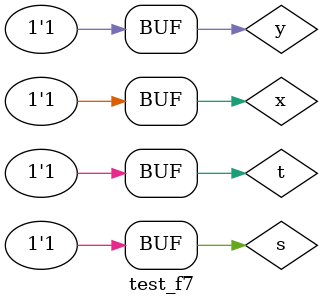
<source format=v>
module f7 ( output x, //saida and
output y, //saida nand
output i,//saida or
output j, // saida nor
input a, // entarda 
input b );// entrada 
// descrever por portas
or OR (i, a, b);
nor NOR ( j, a, b);
and AND (x, a , b);
nand NAND ( y, a, b );
endmodule // f7
// -------------------------
// multiplexer
// -------------------------
module mux1 ( output s,
input a,
input b,
input select);
// definir dados locais
    wire not_select;
    wire sa;
    wire sb;
    // descrever por portas
    not NOT1 ( not_select, select );//negar a chave para ser 0 ou 1
    and AND1 ( sa, a, not_select ); // porta 0
    and AND2 ( sb, b, select );//porta 1
    or OR1 ( s , sa, sb );//seleção das portas
endmodule // mux

module mux2 ( output s,
input a,
input b,
input select);
// definir dados locais
    wire not_select;
    wire sa;
    wire sb;
    // descrever por portas
    not NOT1 ( not_select, select );//negar a chave para ser 0 ou 1
    and AND1 ( sa, a, not_select ); // porta 0
    and AND2 ( sb, b, select );//porta 1
    or OR1 ( s , sa, sb );//seleção das portas
endmodule // mux

module mux3 ( output s,
input a,
input b,
input select);
// definir dados locais
    wire not_select;
    wire sa;
    wire sb;
    // descrever por portas
    not NOT1 ( not_select, select );//negar a chave para ser 0 ou 1
    and AND1 ( sa, a, not_select ); // porta 0
    and AND2 ( sb, b, select );//porta 1
    or OR1 ( s , sa, sb );//seleção das portas
endmodule // mux
module test_f7;
    // ------------------------- definir dados
    reg x; //entrada1
    reg y; //entrada2;
    reg s; //chave
    reg t;//chave2
    wire w; //saida1
    wire v; // saida2
    wire i; // saida3
    wire j; //saida4
    wire z; //saida mux
    wire a;
    wire b;
    f7 modulo ( w, v, i, j, x, y );
    mux1 MUX1 ( z, w, v, s );
    mux2 MUX2 ( a, i, j, s );
    mux3 MUX3 ( b, z, a, t );
    // ------------------------- parte principal
    initial
        begin : main
            $display("Exemplo_0701 -  Cecilia Caprucho Bouchardet - 726020");
            $display("Test LU's module");
            $display("   x    y    s    t    b");
            x = 1'b0; y = 1'b0; s = 1'b0; t = 1'b0; 
            // projetar testes do modulo
            #1 $monitor("%4b %4b %4b %4b %4b", x, y, s, t, b);
            #1 x = 1'b0; y = 1'b1;
            #1 x = 1'b1; y = 1'b0;
            #1 x = 1'b1; y = 1'b1;
            #1 s = 1'b0; t = 1'b1;
            $display("");
            #1 x = 1'b0; y = 1'b0;
            #1 x = 1'b0; y = 1'b1;
            #1 x = 1'b1; y = 1'b0;
            #1 x = 1'b1; y = 1'b1;
            #1 s = 1'b1; t = 1'b0;
            $display("");
            #1 x = 1'b0; y = 1'b0;
            #1 x = 1'b0; y = 1'b1;
            #1 x = 1'b1; y = 1'b0;
            #1 x = 1'b1; y = 1'b1;
            #1 s = 1'b1; t = 1'b1;
            $display("");
            #1 x = 1'b0; y = 1'b0;
            #1 x = 1'b0; y = 1'b1;
            #1 x = 1'b1; y = 1'b0;
            #1 x = 1'b1; y = 1'b1;

            
        end
endmodule // test_f7
/*
TABELA VERDADE
   x    y    s    t    b
   0    0    0    0    0
   0    1    0    0    0
   1    0    0    0    0
   1    1    0    0    1

   1    1    0    1    1
   0    0    0    1    0
   0    1    0    1    1
   1    0    0    1    1
   1    1    0    1    1

   1    1    1    0    0
   0    0    1    0    1
   0    1    1    0    1
   1    0    1    0    1
   1    1    1    0    0

   1    1    1    1    0
   0    0    1    1    1
   0    1    1    1    0
   1    0    1    1    0
   1    1    1    1    0
*/
</source>
